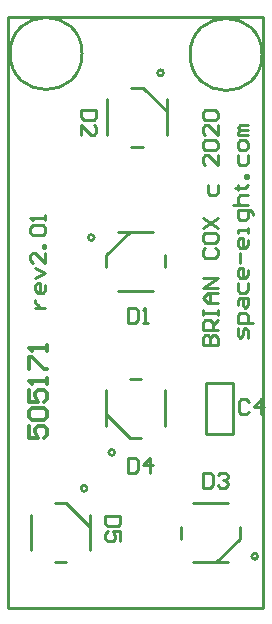
<source format=gto>
%FSLAX25Y25*%
%MOIN*%
G70*
G01*
G75*
G04 Layer_Color=65535*
%ADD10R,0.08000X0.05000*%
%ADD11R,0.05906X0.05906*%
%ADD12R,0.05906X0.05906*%
%ADD13C,0.02500*%
%ADD14C,0.16500*%
%ADD15C,0.04000*%
%ADD16R,0.05000X0.08000*%
%ADD17R,0.17716X0.12205*%
%ADD18C,0.01000*%
%ADD19C,0.01200*%
D18*
X584700Y584400D02*
G03*
X584700Y584400I-12000J0D01*
G01*
X524700Y584700D02*
G03*
X524700Y584700I-12000J0D01*
G01*
X528721Y523374D02*
G03*
X528721Y523374I-984J0D01*
G01*
X551858Y578264D02*
G03*
X551858Y578264I-984J0D01*
G01*
X583248Y417126D02*
G03*
X583248Y417126I-984J0D01*
G01*
X535610Y451736D02*
G03*
X535610Y451736I-984J0D01*
G01*
X526358Y439764D02*
G03*
X526358Y439764I-984J0D01*
G01*
X500000Y400000D02*
Y597000D01*
X585000D01*
Y400000D02*
Y597000D01*
X500000Y400000D02*
X585000D01*
X565984Y457984D02*
X575016D01*
X565984D02*
Y475016D01*
X575016D01*
Y457984D02*
Y475016D01*
X532657Y517469D02*
X540531Y525343D01*
X536594Y505657D02*
X548406D01*
X536594Y525343D02*
X548406D01*
X552343Y513531D02*
Y517469D01*
X532657Y513531D02*
Y517469D01*
X544969Y573343D02*
X552843Y565469D01*
X533157Y557594D02*
Y569406D01*
X552843Y557594D02*
Y569406D01*
X541032Y553657D02*
X544969D01*
X541032Y573343D02*
X544969D01*
X569468Y415158D02*
X577343Y423032D01*
X561594Y434842D02*
X573406D01*
X561594Y415158D02*
X573406D01*
X557657Y423032D02*
Y426968D01*
X577343Y423032D02*
Y426968D01*
X532657Y464532D02*
X540531Y456658D01*
X552343Y460595D02*
Y472405D01*
X532657Y460595D02*
Y472405D01*
X540531Y476342D02*
X544468D01*
X540531Y456658D02*
X544468D01*
X519468Y434842D02*
X527343Y426968D01*
X507657Y419095D02*
Y430905D01*
X527343Y419095D02*
Y430905D01*
X515531Y415158D02*
X519468D01*
X515531Y434842D02*
X519468D01*
X537498Y430500D02*
X532500D01*
Y428001D01*
X533333Y427168D01*
X536665D01*
X537498Y428001D01*
Y430500D01*
Y422169D02*
Y425502D01*
X534999D01*
X535832Y423836D01*
Y423002D01*
X534999Y422169D01*
X533333D01*
X532500Y423002D01*
Y424669D01*
X533333Y425502D01*
X540000Y449998D02*
Y445000D01*
X542499D01*
X543332Y445833D01*
Y449165D01*
X542499Y449998D01*
X540000D01*
X547498Y445000D02*
Y449998D01*
X544998Y447499D01*
X548331D01*
X565000Y444998D02*
Y440000D01*
X567499D01*
X568332Y440833D01*
Y444165D01*
X567499Y444998D01*
X565000D01*
X569998Y444165D02*
X570831Y444998D01*
X572498D01*
X573331Y444165D01*
Y443332D01*
X572498Y442499D01*
X571664D01*
X572498D01*
X573331Y441666D01*
Y440833D01*
X572498Y440000D01*
X570831D01*
X569998Y440833D01*
X529498Y566000D02*
X524500D01*
Y563501D01*
X525333Y562668D01*
X528665D01*
X529498Y563501D01*
Y566000D01*
X524500Y557669D02*
Y561002D01*
X527832Y557669D01*
X528665D01*
X529498Y558502D01*
Y560169D01*
X528665Y561002D01*
X540000Y499998D02*
Y495000D01*
X542499D01*
X543332Y495833D01*
Y499165D01*
X542499Y499998D01*
X540000D01*
X544998Y495000D02*
X546664D01*
X545831D01*
Y499998D01*
X544998Y499165D01*
X580332Y468665D02*
X579499Y469498D01*
X577833D01*
X577000Y468665D01*
Y465333D01*
X577833Y464500D01*
X579499D01*
X580332Y465333D01*
X584498Y464500D02*
Y469498D01*
X581998Y466999D01*
X585331D01*
X566668Y540832D02*
Y538333D01*
X567501Y537500D01*
X569167D01*
X570000Y538333D01*
Y540832D01*
Y550829D02*
Y547497D01*
X566668Y550829D01*
X565835D01*
X565002Y549996D01*
Y548330D01*
X565835Y547497D01*
Y552495D02*
X565002Y553328D01*
Y554994D01*
X565835Y555827D01*
X569167D01*
X570000Y554994D01*
Y553328D01*
X569167Y552495D01*
X565835D01*
X570000Y560826D02*
Y557493D01*
X566668Y560826D01*
X565835D01*
X565002Y559993D01*
Y558327D01*
X565835Y557493D01*
Y562492D02*
X565002Y563325D01*
Y564991D01*
X565835Y565824D01*
X569167D01*
X570000Y564991D01*
Y563325D01*
X569167Y562492D01*
X565835D01*
X565002Y487500D02*
X570000D01*
Y489999D01*
X569167Y490832D01*
X568334D01*
X567501Y489999D01*
Y487500D01*
Y489999D01*
X566668Y490832D01*
X565835D01*
X565002Y489999D01*
Y487500D01*
X570000Y492498D02*
X565002D01*
Y494998D01*
X565835Y495831D01*
X567501D01*
X568334Y494998D01*
Y492498D01*
Y494165D02*
X570000Y495831D01*
X565002Y497497D02*
Y499163D01*
Y498330D01*
X570000D01*
Y497497D01*
Y499163D01*
Y501662D02*
X566668D01*
X565002Y503328D01*
X566668Y504994D01*
X570000D01*
X567501D01*
Y501662D01*
X570000Y506661D02*
X565002D01*
X570000Y509993D01*
X565002D01*
X565835Y519989D02*
X565002Y519156D01*
Y517490D01*
X565835Y516657D01*
X569167D01*
X570000Y517490D01*
Y519156D01*
X569167Y519989D01*
X565002Y524155D02*
Y522489D01*
X565835Y521656D01*
X569167D01*
X570000Y522489D01*
Y524155D01*
X569167Y524988D01*
X565835D01*
X565002Y524155D01*
Y526654D02*
X570000Y529986D01*
X565002D02*
X570000Y526654D01*
X509168Y500000D02*
X512500D01*
X510834D01*
X510001Y500833D01*
X509168Y501666D01*
Y502499D01*
X512500Y507498D02*
Y505831D01*
X511667Y504998D01*
X510001D01*
X509168Y505831D01*
Y507498D01*
X510001Y508331D01*
X510834D01*
Y504998D01*
X509168Y509997D02*
X512500Y511663D01*
X509168Y513329D01*
X512500Y518327D02*
Y514995D01*
X509168Y518327D01*
X508335D01*
X507502Y517494D01*
Y515828D01*
X508335Y514995D01*
X512500Y519993D02*
X511667D01*
Y520827D01*
X512500D01*
Y519993D01*
X508335Y524159D02*
X507502Y524992D01*
Y526658D01*
X508335Y527491D01*
X511667D01*
X512500Y526658D01*
Y524992D01*
X511667Y524159D01*
X508335D01*
X512500Y529157D02*
Y530823D01*
Y529990D01*
X507502D01*
X508335Y529157D01*
X580000Y490000D02*
Y492499D01*
X579167Y493332D01*
X578334Y492499D01*
Y490833D01*
X577501Y490000D01*
X576668Y490833D01*
Y493332D01*
X581666Y494998D02*
X576668D01*
Y497498D01*
X577501Y498331D01*
X579167D01*
X580000Y497498D01*
Y494998D01*
X576668Y500830D02*
Y502496D01*
X577501Y503329D01*
X580000D01*
Y500830D01*
X579167Y499997D01*
X578334Y500830D01*
Y503329D01*
X576668Y508327D02*
Y505828D01*
X577501Y504995D01*
X579167D01*
X580000Y505828D01*
Y508327D01*
Y512493D02*
Y510827D01*
X579167Y509994D01*
X577501D01*
X576668Y510827D01*
Y512493D01*
X577501Y513326D01*
X578334D01*
Y509994D01*
X577501Y514992D02*
Y518324D01*
X580000Y522490D02*
Y520823D01*
X579167Y519990D01*
X577501D01*
X576668Y520823D01*
Y522490D01*
X577501Y523322D01*
X578334D01*
Y519990D01*
X580000Y524989D02*
Y526655D01*
Y525822D01*
X576668D01*
Y524989D01*
X581666Y530820D02*
Y531653D01*
X580833Y532486D01*
X576668D01*
Y529987D01*
X577501Y529154D01*
X579167D01*
X580000Y529987D01*
Y532486D01*
X575002Y534152D02*
X580000D01*
X577501D01*
X576668Y534985D01*
Y536652D01*
X577501Y537485D01*
X580000D01*
X575835Y539984D02*
X576668D01*
Y539151D01*
Y540817D01*
Y539984D01*
X579167D01*
X580000Y540817D01*
Y543316D02*
X579167D01*
Y544149D01*
X580000D01*
Y543316D01*
X576668Y550814D02*
Y548314D01*
X577501Y547481D01*
X579167D01*
X580000Y548314D01*
Y550814D01*
Y553313D02*
Y554979D01*
X579167Y555812D01*
X577501D01*
X576668Y554979D01*
Y553313D01*
X577501Y552480D01*
X579167D01*
X580000Y553313D01*
Y557478D02*
X576668D01*
Y558311D01*
X577501Y559144D01*
X580000D01*
X577501D01*
X576668Y559977D01*
X577501Y560810D01*
X580000D01*
D19*
X507138Y460650D02*
Y456652D01*
X510138D01*
X509138Y458651D01*
Y459651D01*
X510138Y460650D01*
X512137D01*
X513137Y459651D01*
Y457652D01*
X512137Y456652D01*
X508138Y462650D02*
X507138Y463650D01*
Y465649D01*
X508138Y466649D01*
X512137D01*
X513137Y465649D01*
Y463650D01*
X512137Y462650D01*
X508138D01*
X507138Y472647D02*
Y468648D01*
X510138D01*
X509138Y470647D01*
Y471647D01*
X510138Y472647D01*
X512137D01*
X513137Y471647D01*
Y469648D01*
X512137Y468648D01*
X513137Y474646D02*
Y476645D01*
Y475646D01*
X507138D01*
X508138Y474646D01*
X507138Y479644D02*
Y483643D01*
X508138D01*
X512137Y479644D01*
X513137D01*
Y485642D02*
Y487642D01*
Y486642D01*
X507138D01*
X508138Y485642D01*
M02*

</source>
